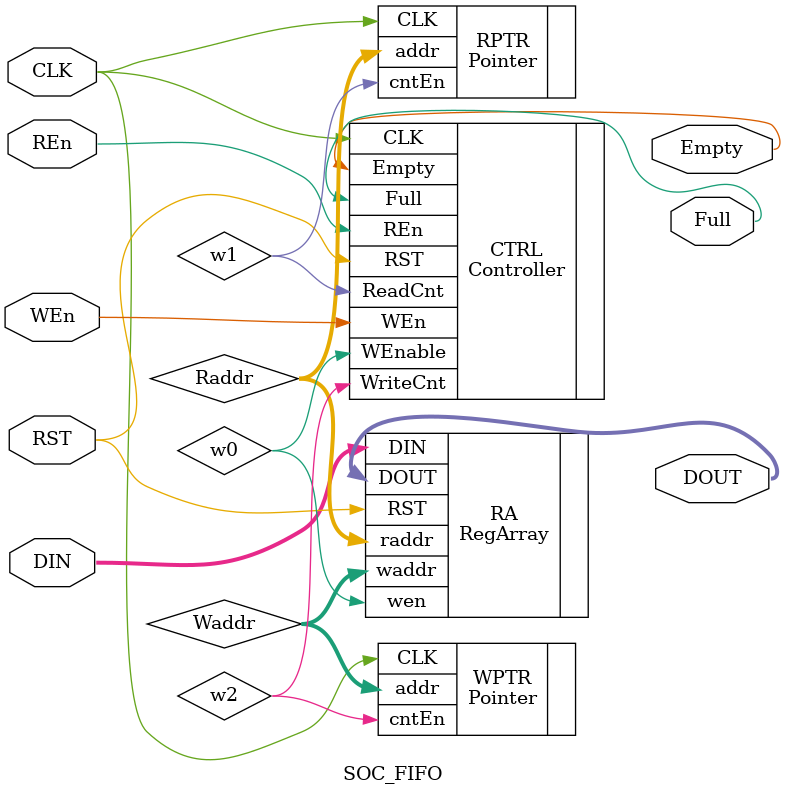
<source format=v>
`timescale 1ns / 100ps
module SOC_FIFO #(
    parameter WIDTH = 8,
    parameter DEPTH = 4
)(
    input wire CLK,
    input wire RST,
    input wire [WIDTH - 1:0] DIN,
    input wire WEn,
    input wire REn,
    output wire Full,
    output wire Empty,
    output wire [WIDTH - 1:0]DOUT
    );
    wire w0,w1,w2,w3,w4;
    wire [$clog2(DEPTH) - 1:0] Waddr;
    wire [$clog2(DEPTH) - 1:0] Raddr;
    Controller#(
        .DEPTH(DEPTH)
    ) CTRL (
        .CLK(CLK),
        .RST(RST),
        .WEn(WEn),
        .REn(REn),
        .WEnable(w0),
        .Full(Full),
        .Empty(Empty),
        .ReadCnt(w1),
        .WriteCnt(w2)
    );
    Pointer#(
        .DEPTH(DEPTH)
    )WPTR(
        .CLK(CLK),
        .cntEn(w2),
        .addr(Waddr)
    );
    Pointer#(
        .DEPTH(DEPTH)
    )RPTR(
        .CLK(CLK),
        .cntEn(w1),
        .addr(Raddr)
    );
    RegArray #(
        .WIDTH(WIDTH),
        .DEPTH(DEPTH)
    )RA(
//        .CLK(CLK),
        .RST(RST),
        .DIN(DIN),
        .wen(w0),
        .waddr(Waddr),
        .raddr(Raddr),
        .DOUT(DOUT)
    );
endmodule

</source>
